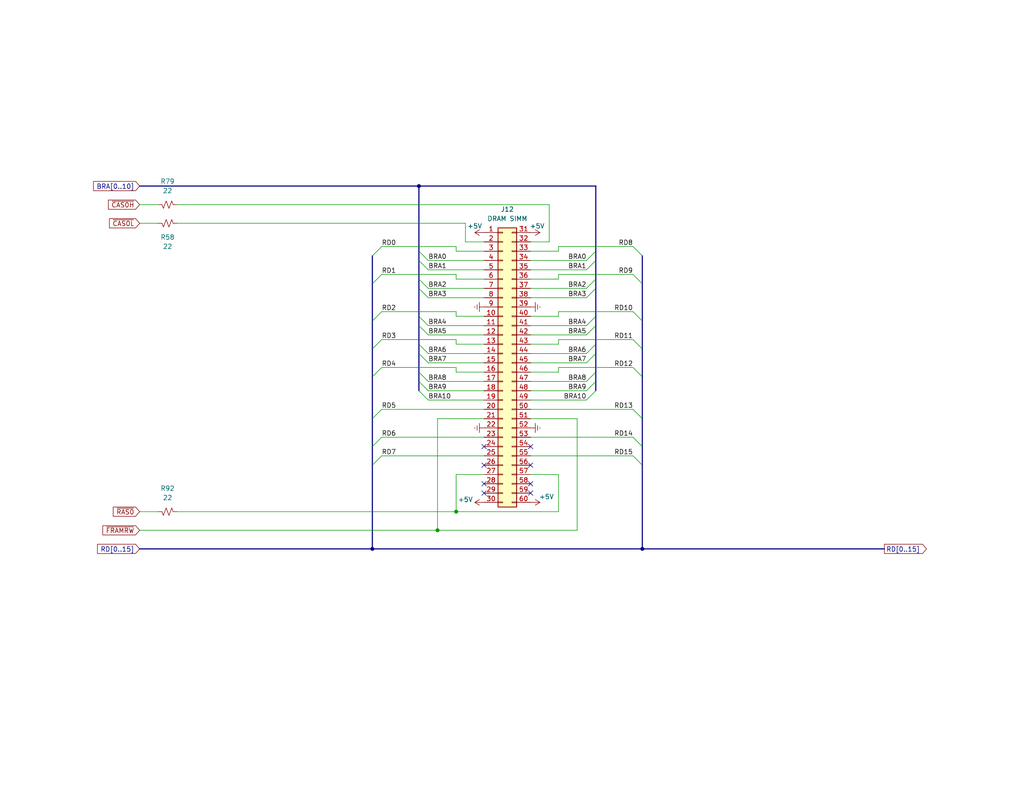
<source format=kicad_sch>
(kicad_sch (version 20250114) (generator "eeschema") (generator_version "9.0")
  (paper "USLetter")
  (title_block (title "Macintosh Classic II Revision B") (date "2025-06-04") (company "Apple Computer") (comment 1 "drawn by Bradley Bell"))
  (lib_symbols
    (symbol "Connector_Generic:Conn_02x30_Top_Bottom" (pin_names (offset 1.016) (hide yes))
      (property "Reference" "J" (at 1.27 38.1 0))
      (property "Value" "Conn_02x30_Top_Bottom" (at 1.27 -40.64 0))
      (symbol "Conn_02x30_Top_Bottom_1_1"
        (rectangle (start -1.27 36.83) (end 3.81 -39.37) (stroke (width 0.254)) (fill (type background)))
        (rectangle (start -1.27 35.687) (end 0 35.433) (stroke (width 0.1524)))
        (rectangle (start -1.27 33.147) (end 0 32.893) (stroke (width 0.1524)))
        (rectangle (start -1.27 30.607) (end 0 30.353) (stroke (width 0.1524)))
        (rectangle (start -1.27 28.067) (end 0 27.813) (stroke (width 0.1524)))
        (rectangle (start -1.27 25.527) (end 0 25.273) (stroke (width 0.1524)))
        (rectangle (start -1.27 22.987) (end 0 22.733) (stroke (width 0.1524)))
        (rectangle (start -1.27 20.447) (end 0 20.193) (stroke (width 0.1524)))
        (rectangle (start -1.27 17.907) (end 0 17.653) (stroke (width 0.1524)))
        (rectangle (start -1.27 15.367) (end 0 15.113) (stroke (width 0.1524)))
        (rectangle (start -1.27 12.827) (end 0 12.573) (stroke (width 0.1524)))
        (rectangle (start -1.27 10.287) (end 0 10.033) (stroke (width 0.1524)))
        (rectangle (start -1.27 7.747) (end 0 7.493) (stroke (width 0.1524)))
        (rectangle (start -1.27 5.207) (end 0 4.953) (stroke (width 0.1524)))
        (rectangle (start -1.27 2.667) (end 0 2.413) (stroke (width 0.1524)))
        (rectangle (start -1.27 0.127) (end 0 -0.127) (stroke (width 0.1524)))
        (rectangle (start -1.27 -2.413) (end 0 -2.667) (stroke (width 0.1524)))
        (rectangle (start -1.27 -4.953) (end 0 -5.207) (stroke (width 0.1524)))
        (rectangle (start -1.27 -7.493) (end 0 -7.747) (stroke (width 0.1524)))
        (rectangle (start -1.27 -10.033) (end 0 -10.287) (stroke (width 0.1524)))
        (rectangle (start -1.27 -12.573) (end 0 -12.827) (stroke (width 0.1524)))
        (rectangle (start -1.27 -15.113) (end 0 -15.367) (stroke (width 0.1524)))
        (rectangle (start -1.27 -17.653) (end 0 -17.907) (stroke (width 0.1524)))
        (rectangle (start -1.27 -20.193) (end 0 -20.447) (stroke (width 0.1524)))
        (rectangle (start -1.27 -22.733) (end 0 -22.987) (stroke (width 0.1524)))
        (rectangle (start -1.27 -25.273) (end 0 -25.527) (stroke (width 0.1524)))
        (rectangle (start -1.27 -27.813) (end 0 -28.067) (stroke (width 0.1524)))
        (rectangle (start -1.27 -30.353) (end 0 -30.607) (stroke (width 0.1524)))
        (rectangle (start -1.27 -32.893) (end 0 -33.147) (stroke (width 0.1524)))
        (rectangle (start -1.27 -35.433) (end 0 -35.687) (stroke (width 0.1524)))
        (rectangle (start -1.27 -37.973) (end 0 -38.227) (stroke (width 0.1524)))
        (rectangle (start 3.81 35.687) (end 2.54 35.433) (stroke (width 0.1524)))
        (rectangle (start 3.81 33.147) (end 2.54 32.893) (stroke (width 0.1524)))
        (rectangle (start 3.81 30.607) (end 2.54 30.353) (stroke (width 0.1524)))
        (rectangle (start 3.81 28.067) (end 2.54 27.813) (stroke (width 0.1524)))
        (rectangle (start 3.81 25.527) (end 2.54 25.273) (stroke (width 0.1524)))
        (rectangle (start 3.81 22.987) (end 2.54 22.733) (stroke (width 0.1524)))
        (rectangle (start 3.81 20.447) (end 2.54 20.193) (stroke (width 0.1524)))
        (rectangle (start 3.81 17.907) (end 2.54 17.653) (stroke (width 0.1524)))
        (rectangle (start 3.81 15.367) (end 2.54 15.113) (stroke (width 0.1524)))
        (rectangle (start 3.81 12.827) (end 2.54 12.573) (stroke (width 0.1524)))
        (rectangle (start 3.81 10.287) (end 2.54 10.033) (stroke (width 0.1524)))
        (rectangle (start 3.81 7.747) (end 2.54 7.493) (stroke (width 0.1524)))
        (rectangle (start 3.81 5.207) (end 2.54 4.953) (stroke (width 0.1524)))
        (rectangle (start 3.81 2.667) (end 2.54 2.413) (stroke (width 0.1524)))
        (rectangle (start 3.81 0.127) (end 2.54 -0.127) (stroke (width 0.1524)))
        (rectangle (start 3.81 -2.413) (end 2.54 -2.667) (stroke (width 0.1524)))
        (rectangle (start 3.81 -4.953) (end 2.54 -5.207) (stroke (width 0.1524)))
        (rectangle (start 3.81 -7.493) (end 2.54 -7.747) (stroke (width 0.1524)))
        (rectangle (start 3.81 -10.033) (end 2.54 -10.287) (stroke (width 0.1524)))
        (rectangle (start 3.81 -12.573) (end 2.54 -12.827) (stroke (width 0.1524)))
        (rectangle (start 3.81 -15.113) (end 2.54 -15.367) (stroke (width 0.1524)))
        (rectangle (start 3.81 -17.653) (end 2.54 -17.907) (stroke (width 0.1524)))
        (rectangle (start 3.81 -20.193) (end 2.54 -20.447) (stroke (width 0.1524)))
        (rectangle (start 3.81 -22.733) (end 2.54 -22.987) (stroke (width 0.1524)))
        (rectangle (start 3.81 -25.273) (end 2.54 -25.527) (stroke (width 0.1524)))
        (rectangle (start 3.81 -27.813) (end 2.54 -28.067) (stroke (width 0.1524)))
        (rectangle (start 3.81 -30.353) (end 2.54 -30.607) (stroke (width 0.1524)))
        (rectangle (start 3.81 -32.893) (end 2.54 -33.147) (stroke (width 0.1524)))
        (rectangle (start 3.81 -35.433) (end 2.54 -35.687) (stroke (width 0.1524)))
        (rectangle (start 3.81 -37.973) (end 2.54 -38.227) (stroke (width 0.1524)))
        (pin passive line (at -5.08 35.56 0) (length 3.81) (name "Pin_1") (number "1"))
        (pin passive line (at -5.08 33.02 0) (length 3.81) (name "Pin_2") (number "2"))
        (pin passive line (at -5.08 30.48 0) (length 3.81) (name "Pin_3") (number "3"))
        (pin passive line (at -5.08 27.94 0) (length 3.81) (name "Pin_4") (number "4"))
        (pin passive line (at -5.08 25.4 0) (length 3.81) (name "Pin_5") (number "5"))
        (pin passive line (at -5.08 22.86 0) (length 3.81) (name "Pin_6") (number "6"))
        (pin passive line (at -5.08 20.32 0) (length 3.81) (name "Pin_7") (number "7"))
        (pin passive line (at -5.08 17.78 0) (length 3.81) (name "Pin_8") (number "8"))
        (pin passive line (at -5.08 15.24 0) (length 3.81) (name "Pin_9") (number "9"))
        (pin passive line (at -5.08 12.7 0) (length 3.81) (name "Pin_10") (number "10"))
        (pin passive line (at -5.08 10.16 0) (length 3.81) (name "Pin_11") (number "11"))
        (pin passive line (at -5.08 7.62 0) (length 3.81) (name "Pin_12") (number "12"))
        (pin passive line (at -5.08 5.08 0) (length 3.81) (name "Pin_13") (number "13"))
        (pin passive line (at -5.08 2.54 0) (length 3.81) (name "Pin_14") (number "14"))
        (pin passive line (at -5.08 0 0) (length 3.81) (name "Pin_15") (number "15"))
        (pin passive line (at -5.08 -2.54 0) (length 3.81) (name "Pin_16") (number "16"))
        (pin passive line (at -5.08 -5.08 0) (length 3.81) (name "Pin_17") (number "17"))
        (pin passive line (at -5.08 -7.62 0) (length 3.81) (name "Pin_18") (number "18"))
        (pin passive line (at -5.08 -10.16 0) (length 3.81) (name "Pin_19") (number "19"))
        (pin passive line (at -5.08 -12.7 0) (length 3.81) (name "Pin_20") (number "20"))
        (pin passive line (at -5.08 -15.24 0) (length 3.81) (name "Pin_21") (number "21"))
        (pin passive line (at -5.08 -17.78 0) (length 3.81) (name "Pin_22") (number "22"))
        (pin passive line (at -5.08 -20.32 0) (length 3.81) (name "Pin_23") (number "23"))
        (pin passive line (at -5.08 -22.86 0) (length 3.81) (name "Pin_24") (number "24"))
        (pin passive line (at -5.08 -25.4 0) (length 3.81) (name "Pin_25") (number "25"))
        (pin passive line (at -5.08 -27.94 0) (length 3.81) (name "Pin_26") (number "26"))
        (pin passive line (at -5.08 -30.48 0) (length 3.81) (name "Pin_27") (number "27"))
        (pin passive line (at -5.08 -33.02 0) (length 3.81) (name "Pin_28") (number "28"))
        (pin passive line (at -5.08 -35.56 0) (length 3.81) (name "Pin_29") (number "29"))
        (pin passive line (at -5.08 -38.1 0) (length 3.81) (name "Pin_30") (number "30"))
        (pin passive line (at 7.62 35.56 180) (length 3.81) (name "Pin_31") (number "31"))
        (pin passive line (at 7.62 33.02 180) (length 3.81) (name "Pin_32") (number "32"))
        (pin passive line (at 7.62 30.48 180) (length 3.81) (name "Pin_33") (number "33"))
        (pin passive line (at 7.62 27.94 180) (length 3.81) (name "Pin_34") (number "34"))
        (pin passive line (at 7.62 25.4 180) (length 3.81) (name "Pin_35") (number "35"))
        (pin passive line (at 7.62 22.86 180) (length 3.81) (name "Pin_36") (number "36"))
        (pin passive line (at 7.62 20.32 180) (length 3.81) (name "Pin_37") (number "37"))
        (pin passive line (at 7.62 17.78 180) (length 3.81) (name "Pin_38") (number "38"))
        (pin passive line (at 7.62 15.24 180) (length 3.81) (name "Pin_39") (number "39"))
        (pin passive line (at 7.62 12.7 180) (length 3.81) (name "Pin_40") (number "40"))
        (pin passive line (at 7.62 10.16 180) (length 3.81) (name "Pin_41") (number "41"))
        (pin passive line (at 7.62 7.62 180) (length 3.81) (name "Pin_42") (number "42"))
        (pin passive line (at 7.62 5.08 180) (length 3.81) (name "Pin_43") (number "43"))
        (pin passive line (at 7.62 2.54 180) (length 3.81) (name "Pin_44") (number "44"))
        (pin passive line (at 7.62 0 180) (length 3.81) (name "Pin_45") (number "45"))
        (pin passive line (at 7.62 -2.54 180) (length 3.81) (name "Pin_46") (number "46"))
        (pin passive line (at 7.62 -5.08 180) (length 3.81) (name "Pin_47") (number "47"))
        (pin passive line (at 7.62 -7.62 180) (length 3.81) (name "Pin_48") (number "48"))
        (pin passive line (at 7.62 -10.16 180) (length 3.81) (name "Pin_49") (number "49"))
        (pin passive line (at 7.62 -12.7 180) (length 3.81) (name "Pin_50") (number "50"))
        (pin passive line (at 7.62 -15.24 180) (length 3.81) (name "Pin_51") (number "51"))
        (pin passive line (at 7.62 -17.78 180) (length 3.81) (name "Pin_52") (number "52"))
        (pin passive line (at 7.62 -20.32 180) (length 3.81) (name "Pin_53") (number "53"))
        (pin passive line (at 7.62 -22.86 180) (length 3.81) (name "Pin_54") (number "54"))
        (pin passive line (at 7.62 -25.4 180) (length 3.81) (name "Pin_55") (number "55"))
        (pin passive line (at 7.62 -27.94 180) (length 3.81) (name "Pin_56") (number "56"))
        (pin passive line (at 7.62 -30.48 180) (length 3.81) (name "Pin_57") (number "57"))
        (pin passive line (at 7.62 -33.02 180) (length 3.81) (name "Pin_58") (number "58"))
        (pin passive line (at 7.62 -35.56 180) (length 3.81) (name "Pin_59") (number "59"))
        (pin passive line (at 7.62 -38.1 180) (length 3.81) (name "Pin_60") (number "60"))
      )
    )
    (symbol "Device:R_Small_US" (pin_numbers (hide yes)) (pin_names (offset 0.254) (hide yes))
      (property "Reference" "R" (at 0.762 0.508 0))
      (property "Value" "R_Small_US" (at 0.762 -1.016 0))
      (symbol "R_Small_US_1_1"
        (polyline (pts (xy 0 1.524) (xy 1.016 1.143) (xy 0 0.762) (xy -1.016 0.381) (xy 0 0)))
        (polyline (pts (xy 0 0) (xy 1.016 -0.381) (xy 0 -0.762) (xy -1.016 -1.143) (xy 0 -1.524)))
        (pin passive line (at 0 2.54 270) (length 1.016) (name "~") (number "1"))
        (pin passive line (at 0 -2.54 90) (length 1.016) (name "~") (number "2"))
      )
    )
    (symbol "power:+5V" (power) (pin_numbers (hide yes)) (pin_names (offset 0) (hide yes))
      (property "Value" "+5V" (at 0 3.556 0))
      (symbol "+5V_0_1"
        (polyline (pts (xy -0.762 1.27) (xy 0 2.54)))
        (polyline (pts (xy 0 2.54) (xy 0.762 1.27)))
        (polyline (pts (xy 0 0) (xy 0 2.54)))
      )
      (symbol "+5V_1_1"
        (pin power_in line (at 0 0 90) (length 0) (name "~") (number "1"))
      )
    )
    (symbol "power:GNDREF" (power) (pin_numbers (hide yes)) (pin_names (offset 0) (hide yes))
      (property "Value" "GNDREF" (at 0 -3.81 0))
      (symbol "GNDREF_0_1"
        (polyline (pts (xy -0.635 -1.905) (xy 0.635 -1.905)))
        (polyline (pts (xy -0.127 -2.54) (xy 0.127 -2.54)))
        (polyline (pts (xy 0 -1.27) (xy 0 0)))
        (polyline (pts (xy 1.27 -1.27) (xy -1.27 -1.27)))
      )
      (symbol "GNDREF_1_1"
        (pin power_in line (at 0 0 270) (length 0) (name "~") (number "1"))
      )
    )
  )
  (junction (at 101.6 149.86))
  (junction (at 124.46 139.7))
  (junction (at 175.26 149.86))
  (junction (at 114.3 50.8))
  (junction (at 119.38 144.78))
  (no_connect (at 144.78 127))
  (no_connect (at 132.08 132.08))
  (no_connect (at 132.08 134.62))
  (no_connect (at 132.08 121.92))
  (no_connect (at 144.78 132.08))
  (no_connect (at 144.78 121.92))
  (no_connect (at 132.08 127))
  (no_connect (at 144.78 134.62))
  (bus_entry (at 160.02 78.74) (size 2.54 -2.54))
  (bus_entry (at 101.6 121.92) (size 2.54 -2.54))
  (bus_entry (at 172.72 74.93) (size 2.54 2.54))
  (bus_entry (at 114.3 93.98) (size 2.54 2.54))
  (bus_entry (at 114.3 96.52) (size 2.54 2.54))
  (bus_entry (at 160.02 91.44) (size 2.54 -2.54))
  (bus_entry (at 172.72 119.38) (size 2.54 2.54))
  (bus_entry (at 160.02 96.52) (size 2.54 -2.54))
  (bus_entry (at 160.02 81.28) (size 2.54 -2.54))
  (bus_entry (at 114.3 68.58) (size 2.54 2.54))
  (bus_entry (at 114.3 88.9) (size 2.54 2.54))
  (bus_entry (at 114.3 78.74) (size 2.54 2.54))
  (bus_entry (at 172.72 85.09) (size 2.54 2.54))
  (bus_entry (at 160.02 106.68) (size 2.54 -2.54))
  (bus_entry (at 101.6 77.47) (size 2.54 -2.54))
  (bus_entry (at 160.02 73.66) (size 2.54 -2.54))
  (bus_entry (at 101.6 95.25) (size 2.54 -2.54))
  (bus_entry (at 101.6 102.87) (size 2.54 -2.54))
  (bus_entry (at 172.72 124.46) (size 2.54 2.54))
  (bus_entry (at 114.3 76.2) (size 2.54 2.54))
  (bus_entry (at 172.72 67.31) (size 2.54 2.54))
  (bus_entry (at 101.6 114.3) (size 2.54 -2.54))
  (bus_entry (at 160.02 88.9) (size 2.54 -2.54))
  (bus_entry (at 101.6 87.63) (size 2.54 -2.54))
  (bus_entry (at 101.6 127) (size 2.54 -2.54))
  (bus_entry (at 114.3 104.14) (size 2.54 2.54))
  (bus_entry (at 101.6 69.85) (size 2.54 -2.54))
  (bus_entry (at 172.72 100.33) (size 2.54 2.54))
  (bus_entry (at 160.02 99.06) (size 2.54 -2.54))
  (bus_entry (at 114.3 101.6) (size 2.54 2.54))
  (bus_entry (at 114.3 86.36) (size 2.54 2.54))
  (bus_entry (at 114.3 106.68) (size 2.54 2.54))
  (bus_entry (at 160.02 71.12) (size 2.54 -2.54))
  (bus_entry (at 172.72 92.71) (size 2.54 2.54))
  (bus_entry (at 114.3 71.12) (size 2.54 2.54))
  (bus_entry (at 172.72 111.76) (size 2.54 2.54))
  (bus_entry (at 160.02 109.22) (size 2.54 -2.54))
  (bus_entry (at 160.02 104.14) (size 2.54 -2.54))
  (bus (pts (xy 38.1 149.86) (xy 101.6 149.86)))
  (wire (pts (xy 152.4 92.71) (xy 172.72 92.71)))
  (bus (pts (xy 114.3 88.9) (xy 114.3 86.36)))
  (wire (pts (xy 144.78 78.74) (xy 160.02 78.74)))
  (wire (pts (xy 124.46 85.09) (xy 124.46 86.36)))
  (wire (pts (xy 152.4 129.54) (xy 152.4 139.7)))
  (wire (pts (xy 152.4 74.93) (xy 152.4 76.2)))
  (bus (pts (xy 162.56 50.8) (xy 162.56 68.58)))
  (wire (pts (xy 144.78 73.66) (xy 160.02 73.66)))
  (wire (pts (xy 152.4 67.31) (xy 172.72 67.31)))
  (bus (pts (xy 114.3 76.2) (xy 114.3 71.12)))
  (wire (pts (xy 116.84 88.9) (xy 132.08 88.9)))
  (wire (pts (xy 144.78 91.44) (xy 160.02 91.44)))
  (wire (pts (xy 124.46 129.54) (xy 132.08 129.54)))
  (wire (pts (xy 38.1 139.7) (xy 43.18 139.7)))
  (wire (pts (xy 144.78 68.58) (xy 152.4 68.58)))
  (bus (pts (xy 101.6 127) (xy 101.6 121.92)))
  (wire (pts (xy 104.14 111.76) (xy 132.08 111.76)))
  (wire (pts (xy 144.78 106.68) (xy 160.02 106.68)))
  (wire (pts (xy 144.78 124.46) (xy 172.72 124.46)))
  (bus (pts (xy 114.3 93.98) (xy 114.3 88.9)))
  (bus (pts (xy 114.3 101.6) (xy 114.3 96.52)))
  (wire (pts (xy 104.14 67.31) (xy 124.46 67.31)))
  (wire (pts (xy 144.78 96.52) (xy 160.02 96.52)))
  (wire (pts (xy 152.4 92.71) (xy 152.4 93.98)))
  (bus (pts (xy 162.56 71.12) (xy 162.56 76.2)))
  (wire (pts (xy 48.26 60.96) (xy 127 60.96)))
  (wire (pts (xy 116.84 96.52) (xy 132.08 96.52)))
  (wire (pts (xy 116.84 71.12) (xy 132.08 71.12)))
  (wire (pts (xy 144.78 111.76) (xy 172.72 111.76)))
  (bus (pts (xy 175.26 87.63) (xy 175.26 95.25)))
  (wire (pts (xy 127 66.04) (xy 132.08 66.04)))
  (bus (pts (xy 114.3 68.58) (xy 114.3 50.8)))
  (wire (pts (xy 119.38 114.3) (xy 132.08 114.3)))
  (wire (pts (xy 124.46 68.58) (xy 132.08 68.58)))
  (wire (pts (xy 124.46 129.54) (xy 124.46 139.7)))
  (bus (pts (xy 162.56 86.36) (xy 162.56 88.9)))
  (bus (pts (xy 162.56 101.6) (xy 162.56 104.14)))
  (wire (pts (xy 144.78 86.36) (xy 152.4 86.36)))
  (wire (pts (xy 124.46 74.93) (xy 124.46 76.2)))
  (wire (pts (xy 152.4 85.09) (xy 152.4 86.36)))
  (wire (pts (xy 124.46 92.71) (xy 124.46 93.98)))
  (wire (pts (xy 104.14 124.46) (xy 132.08 124.46)))
  (wire (pts (xy 124.46 93.98) (xy 132.08 93.98)))
  (wire (pts (xy 144.78 76.2) (xy 152.4 76.2)))
  (wire (pts (xy 104.14 85.09) (xy 124.46 85.09)))
  (wire (pts (xy 116.84 81.28) (xy 132.08 81.28)))
  (wire (pts (xy 149.86 66.04) (xy 144.78 66.04)))
  (bus (pts (xy 175.26 77.47) (xy 175.26 87.63)))
  (bus (pts (xy 114.3 104.14) (xy 114.3 101.6)))
  (wire (pts (xy 116.84 78.74) (xy 132.08 78.74)))
  (bus (pts (xy 114.3 86.36) (xy 114.3 78.74)))
  (bus (pts (xy 175.26 102.87) (xy 175.26 114.3)))
  (wire (pts (xy 144.78 101.6) (xy 152.4 101.6)))
  (bus (pts (xy 175.26 127) (xy 175.26 149.86)))
  (bus (pts (xy 114.3 106.68) (xy 114.3 104.14)))
  (wire (pts (xy 144.78 114.3) (xy 157.48 114.3)))
  (bus (pts (xy 162.56 68.58) (xy 162.56 71.12)))
  (wire (pts (xy 119.38 114.3) (xy 119.38 144.78)))
  (wire (pts (xy 124.46 100.33) (xy 124.46 101.6)))
  (wire (pts (xy 116.84 104.14) (xy 132.08 104.14)))
  (wire (pts (xy 116.84 99.06) (xy 132.08 99.06)))
  (bus (pts (xy 175.26 69.85) (xy 175.26 77.47)))
  (wire (pts (xy 144.78 129.54) (xy 152.4 129.54)))
  (wire (pts (xy 116.84 91.44) (xy 132.08 91.44)))
  (wire (pts (xy 152.4 100.33) (xy 172.72 100.33)))
  (wire (pts (xy 38.1 55.88) (xy 43.18 55.88)))
  (bus (pts (xy 38.1 50.8) (xy 114.3 50.8)))
  (wire (pts (xy 144.78 104.14) (xy 160.02 104.14)))
  (wire (pts (xy 104.14 74.93) (xy 124.46 74.93)))
  (bus (pts (xy 114.3 78.74) (xy 114.3 76.2)))
  (bus (pts (xy 162.56 96.52) (xy 162.56 101.6)))
  (wire (pts (xy 152.4 74.93) (xy 172.72 74.93)))
  (bus (pts (xy 101.6 77.47) (xy 101.6 87.63)))
  (wire (pts (xy 152.4 85.09) (xy 172.72 85.09)))
  (wire (pts (xy 127 60.96) (xy 127 66.04)))
  (wire (pts (xy 116.84 109.22) (xy 132.08 109.22)))
  (bus (pts (xy 114.3 71.12) (xy 114.3 68.58)))
  (bus (pts (xy 162.56 78.74) (xy 162.56 86.36)))
  (wire (pts (xy 124.46 101.6) (xy 132.08 101.6)))
  (wire (pts (xy 104.14 119.38) (xy 132.08 119.38)))
  (bus (pts (xy 101.6 149.86) (xy 101.6 127)))
  (bus (pts (xy 162.56 76.2) (xy 162.56 78.74)))
  (wire (pts (xy 104.14 100.33) (xy 124.46 100.33)))
  (bus (pts (xy 101.6 69.85) (xy 101.6 77.47)))
  (wire (pts (xy 149.86 55.88) (xy 149.86 66.04)))
  (wire (pts (xy 48.26 55.88) (xy 149.86 55.88)))
  (wire (pts (xy 104.14 92.71) (xy 124.46 92.71)))
  (bus (pts (xy 175.26 102.87) (xy 175.26 95.25)))
  (wire (pts (xy 152.4 100.33) (xy 152.4 101.6)))
  (wire (pts (xy 38.1 60.96) (xy 43.18 60.96)))
  (bus (pts (xy 101.6 102.87) (xy 101.6 114.3)))
  (wire (pts (xy 157.48 144.78) (xy 119.38 144.78)))
  (wire (pts (xy 144.78 88.9) (xy 160.02 88.9)))
  (bus (pts (xy 162.56 88.9) (xy 162.56 93.98)))
  (bus (pts (xy 175.26 121.92) (xy 175.26 114.3)))
  (wire (pts (xy 144.78 81.28) (xy 160.02 81.28)))
  (wire (pts (xy 144.78 99.06) (xy 160.02 99.06)))
  (wire (pts (xy 116.84 73.66) (xy 132.08 73.66)))
  (wire (pts (xy 152.4 67.31) (xy 152.4 68.58)))
  (wire (pts (xy 124.46 86.36) (xy 132.08 86.36)))
  (wire (pts (xy 116.84 106.68) (xy 132.08 106.68)))
  (wire (pts (xy 157.48 114.3) (xy 157.48 144.78)))
  (wire (pts (xy 48.26 139.7) (xy 124.46 139.7)))
  (bus (pts (xy 175.26 127) (xy 175.26 121.92)))
  (wire (pts (xy 144.78 93.98) (xy 152.4 93.98)))
  (bus (pts (xy 101.6 95.25) (xy 101.6 102.87)))
  (wire (pts (xy 144.78 109.22) (xy 160.02 109.22)))
  (wire (pts (xy 124.46 67.31) (xy 124.46 68.58)))
  (wire (pts (xy 144.78 71.12) (xy 160.02 71.12)))
  (wire (pts (xy 124.46 76.2) (xy 132.08 76.2)))
  (bus (pts (xy 162.56 93.98) (xy 162.56 96.52)))
  (wire (pts (xy 124.46 139.7) (xy 152.4 139.7)))
  (bus (pts (xy 114.3 96.52) (xy 114.3 93.98)))
  (bus (pts (xy 175.26 149.86) (xy 241.3 149.86)))
  (bus (pts (xy 114.3 50.8) (xy 162.56 50.8)))
  (bus (pts (xy 101.6 87.63) (xy 101.6 95.25)))
  (wire (pts (xy 38.1 144.78) (xy 119.38 144.78)))
  (bus (pts (xy 101.6 114.3) (xy 101.6 121.92)))
  (bus (pts (xy 162.56 104.14) (xy 162.56 106.68)))
  (wire (pts (xy 144.78 119.38) (xy 172.72 119.38)))
  (bus (pts (xy 101.6 149.86) (xy 175.26 149.86)))
  (label "RD3" (at 104.14 92.71 0))
  (label "RD14" (at 172.72 119.38 180))
  (label "BRA2" (at 116.84 78.74 0))
  (label "BRA8" (at 160.02 104.14 180))
  (label "RD7" (at 104.14 124.46 0))
  (label "BRA6" (at 116.84 96.52 0))
  (label "BRA1" (at 160.02 73.66 180))
  (label "BRA9" (at 160.02 106.68 180))
  (label "BRA9" (at 116.84 106.68 0))
  (label "BRA4" (at 116.84 88.9 0))
  (label "RD11" (at 172.72 92.71 180))
  (label "BRA0" (at 160.02 71.12 180))
  (label "BRA5" (at 160.02 91.44 180))
  (label "BRA0" (at 116.84 71.12 0))
  (label "BRA6" (at 160.02 96.52 180))
  (label "BRA10" (at 116.84 109.22 0))
  (label "RD0" (at 104.14 67.31 0))
  (label "RD1" (at 104.14 74.93 0))
  (label "BRA7" (at 116.84 99.06 0))
  (label "BRA10" (at 160.02 109.22 180))
  (label "BRA4" (at 160.02 88.9 180))
  (label "RD2" (at 104.14 85.09 0))
  (label "BRA1" (at 116.84 73.66 0))
  (label "BRA8" (at 116.84 104.14 0))
  (label "BRA3" (at 160.02 81.28 180))
  (label "BRA3" (at 116.84 81.28 0))
  (label "RD6" (at 104.14 119.38 0))
  (label "BRA2" (at 160.02 78.74 180))
  (label "RD4" (at 104.14 100.33 0))
  (label "RD8" (at 172.72 67.31 180))
  (label "RD13" (at 172.72 111.76 180))
  (label "BRA7" (at 160.02 99.06 180))
  (label "RD15" (at 172.72 124.46 180))
  (label "RD10" (at 172.72 85.09 180))
  (label "BRA5" (at 116.84 91.44 0))
  (label "RD9" (at 172.72 74.93 180))
  (label "RD12" (at 172.72 100.33 180))
  (label "RD5" (at 104.14 111.76 0))
  (global_label "~{CAS0H}" (shape input) (at 38.1 55.88 180) (property "Intersheetrefs" "${INTERSHEET_REFS}" (at 29.0067 55.88 0) (effects (justify right))))
  (global_label "BRA[0..10]" (shape input) (at 38.1 50.8 180) (property "Intersheetrefs" "${INTERSHEET_REFS}" (at 26.2247 50.8 0) (effects (justify right))))
  (global_label "~{CAS0L}" (shape input) (at 38.1 60.96 180) (property "Intersheetrefs" "${INTERSHEET_REFS}" (at 29.3091 60.96 0) (effects (justify right))))
  (global_label "~{RAS0}" (shape input) (at 38.1 139.7 180) (property "Intersheetrefs" "${INTERSHEET_REFS}" (at 30.3372 139.7 0) (effects (justify right))))
  (global_label "RD[0..15]" (shape output) (at 241.3 149.86 0) (property "Intersheetrefs" "${INTERSHEET_REFS}" (at 254.5662 149.86 0) (effects (justify left))))
  (global_label "~{FRAMRW}" (shape input) (at 38.1 144.78 180) (property "Intersheetrefs" "${INTERSHEET_REFS}" (at 27.4948 144.78 0) (effects (justify right))))
  (global_label "RD[0..15]" (shape input) (at 38.1 149.86 180) (property "Intersheetrefs" "${INTERSHEET_REFS}" (at 24.8338 149.86 0) (effects (justify right))))
  (symbol (lib_id "power:+5V") (at 144.78 137.16 270) (unit 1)
    (property "Reference" "#PWR0212" (effects (hide yes)))
    (property "Value" "+5V" (at 147.066 135.636 90) (effects (justify left)))
    (property "Description" "Power symbol creates a global label with name \"+5V\"" (effects (hide yes)))
  )
  (symbol (lib_id "power:GNDREF") (at 144.78 116.84 90) (unit 1)
    (property "Reference" "#PWR0211" (effects (hide yes)))
    (property "Value" "GND" (effects (hide yes)))
    (property "Description" "Power symbol creates a global label with name \"GNDREF\" , reference supply ground" (effects (hide yes)))
  )
  (symbol (lib_id "Device:R_Small_US") (at 45.72 60.96 90) (mirror x) (unit 1)
    (property "Reference" "R58" (at 45.72 64.77 90))
    (property "Value" "22" (at 45.72 67.31 90))
    (property "Footprint" "MyPackage:SMD_0805_2012Metric_Pad1.25x1.65mm" (effects (hide yes)))
    (property "Description" "Resistor, small US symbol" (effects (hide yes)))
  )
  (symbol (lib_id "power:GNDREF") (at 132.08 83.82 270) (unit 1)
    (property "Reference" "#PWR058" (effects (hide yes)))
    (property "Value" "GND" (effects (hide yes)))
    (property "Description" "Power symbol creates a global label with name \"GNDREF\" , reference supply ground" (effects (hide yes)))
  )
  (symbol (lib_id "power:GNDREF") (at 144.78 83.82 90) (unit 1)
    (property "Reference" "#PWR0210" (effects (hide yes)))
    (property "Value" "GND" (effects (hide yes)))
    (property "Description" "Power symbol creates a global label with name \"GNDREF\" , reference supply ground" (effects (hide yes)))
  )
  (symbol (lib_id "power:GNDREF") (at 132.08 116.84 270) (unit 1)
    (property "Reference" "#PWR062" (effects (hide yes)))
    (property "Value" "GND" (effects (hide yes)))
    (property "Description" "Power symbol creates a global label with name \"GNDREF\" , reference supply ground" (effects (hide yes)))
  )
  (symbol (lib_id "Connector_Generic:Conn_02x30_Top_Bottom") (at 137.16 99.06 0) (unit 1)
    (property "Reference" "J12" (at 138.43 57.15 0))
    (property "Value" "DRAM SIMM" (at 138.43 59.69 0))
    (property "Footprint" "Connector_Mine:SIMMSocket_2x30_angled" (effects (hide yes)))
    (property "Description" "Generic connector, double row, 02x30, top/bottom pin numbering scheme (row 1: 1...pins_per_row, row2: pins_per_row+1 ... num_pins), script generated (kicad-library-utils/schlib/autogen/connector/)" (effects (hide yes)))
  )
  (symbol (lib_id "power:+5V") (at 132.08 137.16 90) (unit 1)
    (property "Reference" "#PWR0124" (effects (hide yes)))
    (property "Value" "+5V" (at 129.032 136.398 90) (effects (justify left)))
    (property "Description" "Power symbol creates a global label with name \"+5V\"" (effects (hide yes)))
  )
  (symbol (lib_id "power:+5V") (at 144.78 63.5 270) (unit 1)
    (property "Reference" "#PWR0209" (effects (hide yes)))
    (property "Value" "+5V" (at 144.526 61.722 90) (effects (justify left)))
    (property "Description" "Power symbol creates a global label with name \"+5V\"" (effects (hide yes)))
  )
  (symbol (lib_id "Device:R_Small_US") (at 45.72 55.88 90) (mirror x) (unit 1)
    (property "Reference" "R79" (at 45.72 49.53 90))
    (property "Value" "22" (at 45.72 52.07 90))
    (property "Footprint" "MyPackage:SMD_0805_2012Metric_Pad1.25x1.65mm" (effects (hide yes)))
    (property "Description" "Resistor, small US symbol" (effects (hide yes)))
  )
  (symbol (lib_id "power:+5V") (at 132.08 63.5 90) (unit 1)
    (property "Reference" "#PWR052" (effects (hide yes)))
    (property "Value" "+5V" (at 131.572 61.722 90) (effects (justify left)))
    (property "Description" "Power symbol creates a global label with name \"+5V\"" (effects (hide yes)))
  )
  (symbol (lib_id "Device:R_Small_US") (at 45.72 139.7 270) (mirror x) (unit 1)
    (property "Reference" "R92" (at 45.72 133.35 90))
    (property "Value" "22" (at 45.72 135.89 90))
    (property "Footprint" "MyPackage:SMD_0805_2012Metric_Pad1.25x1.65mm" (effects (hide yes)))
    (property "Description" "Resistor, small US symbol" (effects (hide yes)))
  )
)
</source>
